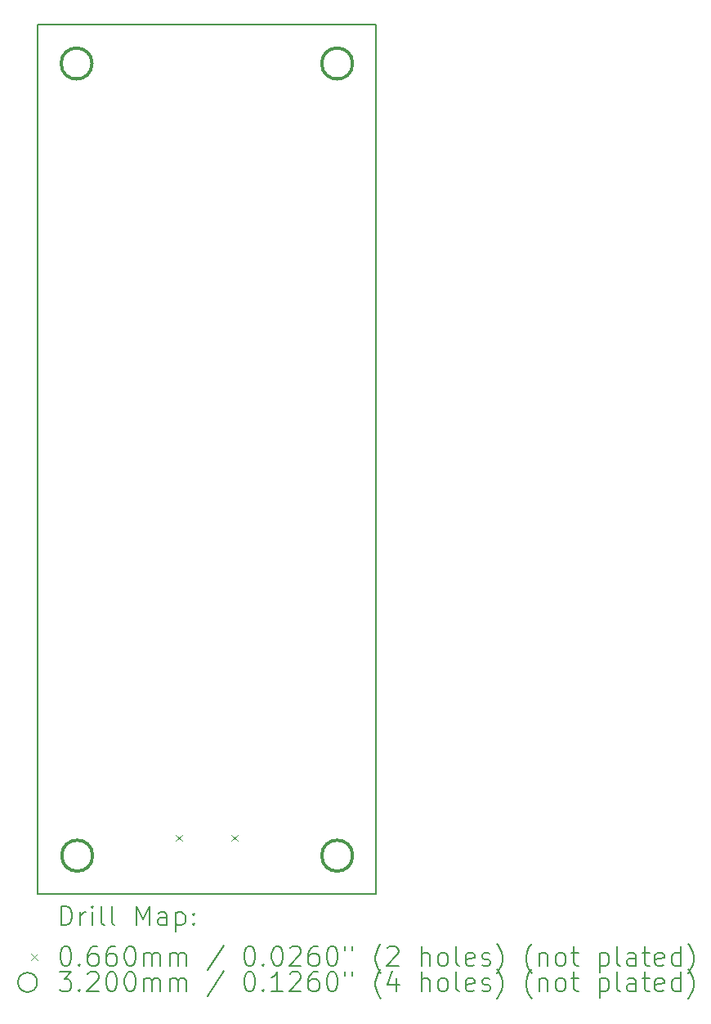
<source format=gbr>
%TF.GenerationSoftware,KiCad,Pcbnew,7.0.2*%
%TF.CreationDate,2024-01-31T20:38:46-08:00*%
%TF.ProjectId,Lightsaber,4c696768-7473-4616-9265-722e6b696361,rev?*%
%TF.SameCoordinates,Original*%
%TF.FileFunction,Drillmap*%
%TF.FilePolarity,Positive*%
%FSLAX45Y45*%
G04 Gerber Fmt 4.5, Leading zero omitted, Abs format (unit mm)*
G04 Created by KiCad (PCBNEW 7.0.2) date 2024-01-31 20:38:46*
%MOMM*%
%LPD*%
G01*
G04 APERTURE LIST*
%ADD10C,0.150000*%
%ADD11C,0.200000*%
%ADD12C,0.066040*%
%ADD13C,0.320000*%
G04 APERTURE END LIST*
D10*
X0Y-12000000D02*
X3500000Y-12000000D01*
X3500000Y-21000000D01*
X0Y-21000000D01*
X0Y-12000000D01*
D11*
D12*
X1427980Y-20383860D02*
X1494020Y-20449900D01*
X1494020Y-20383860D02*
X1427980Y-20449900D01*
X2005980Y-20383860D02*
X2072020Y-20449900D01*
X2072020Y-20383860D02*
X2005980Y-20449900D01*
D13*
X560000Y-12400000D02*
G75*
G03*
X560000Y-12400000I-160000J0D01*
G01*
X566640Y-20600000D02*
G75*
G03*
X566640Y-20600000I-160000J0D01*
G01*
X3260000Y-12400000D02*
G75*
G03*
X3260000Y-12400000I-160000J0D01*
G01*
X3260000Y-20600000D02*
G75*
G03*
X3260000Y-20600000I-160000J0D01*
G01*
D11*
X240119Y-21320024D02*
X240119Y-21120024D01*
X240119Y-21120024D02*
X287738Y-21120024D01*
X287738Y-21120024D02*
X316310Y-21129548D01*
X316310Y-21129548D02*
X335357Y-21148595D01*
X335357Y-21148595D02*
X344881Y-21167643D01*
X344881Y-21167643D02*
X354405Y-21205738D01*
X354405Y-21205738D02*
X354405Y-21234310D01*
X354405Y-21234310D02*
X344881Y-21272405D01*
X344881Y-21272405D02*
X335357Y-21291452D01*
X335357Y-21291452D02*
X316310Y-21310500D01*
X316310Y-21310500D02*
X287738Y-21320024D01*
X287738Y-21320024D02*
X240119Y-21320024D01*
X440119Y-21320024D02*
X440119Y-21186690D01*
X440119Y-21224786D02*
X449643Y-21205738D01*
X449643Y-21205738D02*
X459167Y-21196214D01*
X459167Y-21196214D02*
X478214Y-21186690D01*
X478214Y-21186690D02*
X497262Y-21186690D01*
X563929Y-21320024D02*
X563929Y-21186690D01*
X563929Y-21120024D02*
X554405Y-21129548D01*
X554405Y-21129548D02*
X563929Y-21139071D01*
X563929Y-21139071D02*
X573452Y-21129548D01*
X573452Y-21129548D02*
X563929Y-21120024D01*
X563929Y-21120024D02*
X563929Y-21139071D01*
X687738Y-21320024D02*
X668690Y-21310500D01*
X668690Y-21310500D02*
X659167Y-21291452D01*
X659167Y-21291452D02*
X659167Y-21120024D01*
X792500Y-21320024D02*
X773452Y-21310500D01*
X773452Y-21310500D02*
X763928Y-21291452D01*
X763928Y-21291452D02*
X763928Y-21120024D01*
X1021071Y-21320024D02*
X1021071Y-21120024D01*
X1021071Y-21120024D02*
X1087738Y-21262881D01*
X1087738Y-21262881D02*
X1154405Y-21120024D01*
X1154405Y-21120024D02*
X1154405Y-21320024D01*
X1335357Y-21320024D02*
X1335357Y-21215262D01*
X1335357Y-21215262D02*
X1325833Y-21196214D01*
X1325833Y-21196214D02*
X1306786Y-21186690D01*
X1306786Y-21186690D02*
X1268690Y-21186690D01*
X1268690Y-21186690D02*
X1249643Y-21196214D01*
X1335357Y-21310500D02*
X1316310Y-21320024D01*
X1316310Y-21320024D02*
X1268690Y-21320024D01*
X1268690Y-21320024D02*
X1249643Y-21310500D01*
X1249643Y-21310500D02*
X1240119Y-21291452D01*
X1240119Y-21291452D02*
X1240119Y-21272405D01*
X1240119Y-21272405D02*
X1249643Y-21253357D01*
X1249643Y-21253357D02*
X1268690Y-21243833D01*
X1268690Y-21243833D02*
X1316310Y-21243833D01*
X1316310Y-21243833D02*
X1335357Y-21234310D01*
X1430595Y-21186690D02*
X1430595Y-21386690D01*
X1430595Y-21196214D02*
X1449643Y-21186690D01*
X1449643Y-21186690D02*
X1487738Y-21186690D01*
X1487738Y-21186690D02*
X1506786Y-21196214D01*
X1506786Y-21196214D02*
X1516309Y-21205738D01*
X1516309Y-21205738D02*
X1525833Y-21224786D01*
X1525833Y-21224786D02*
X1525833Y-21281929D01*
X1525833Y-21281929D02*
X1516309Y-21300976D01*
X1516309Y-21300976D02*
X1506786Y-21310500D01*
X1506786Y-21310500D02*
X1487738Y-21320024D01*
X1487738Y-21320024D02*
X1449643Y-21320024D01*
X1449643Y-21320024D02*
X1430595Y-21310500D01*
X1611548Y-21300976D02*
X1621071Y-21310500D01*
X1621071Y-21310500D02*
X1611548Y-21320024D01*
X1611548Y-21320024D02*
X1602024Y-21310500D01*
X1602024Y-21310500D02*
X1611548Y-21300976D01*
X1611548Y-21300976D02*
X1611548Y-21320024D01*
X1611548Y-21196214D02*
X1621071Y-21205738D01*
X1621071Y-21205738D02*
X1611548Y-21215262D01*
X1611548Y-21215262D02*
X1602024Y-21205738D01*
X1602024Y-21205738D02*
X1611548Y-21196214D01*
X1611548Y-21196214D02*
X1611548Y-21215262D01*
D12*
X-73540Y-21614480D02*
X-7500Y-21680520D01*
X-7500Y-21614480D02*
X-73540Y-21680520D01*
D11*
X278214Y-21540024D02*
X297262Y-21540024D01*
X297262Y-21540024D02*
X316310Y-21549548D01*
X316310Y-21549548D02*
X325833Y-21559071D01*
X325833Y-21559071D02*
X335357Y-21578119D01*
X335357Y-21578119D02*
X344881Y-21616214D01*
X344881Y-21616214D02*
X344881Y-21663833D01*
X344881Y-21663833D02*
X335357Y-21701929D01*
X335357Y-21701929D02*
X325833Y-21720976D01*
X325833Y-21720976D02*
X316310Y-21730500D01*
X316310Y-21730500D02*
X297262Y-21740024D01*
X297262Y-21740024D02*
X278214Y-21740024D01*
X278214Y-21740024D02*
X259167Y-21730500D01*
X259167Y-21730500D02*
X249643Y-21720976D01*
X249643Y-21720976D02*
X240119Y-21701929D01*
X240119Y-21701929D02*
X230595Y-21663833D01*
X230595Y-21663833D02*
X230595Y-21616214D01*
X230595Y-21616214D02*
X240119Y-21578119D01*
X240119Y-21578119D02*
X249643Y-21559071D01*
X249643Y-21559071D02*
X259167Y-21549548D01*
X259167Y-21549548D02*
X278214Y-21540024D01*
X430595Y-21720976D02*
X440119Y-21730500D01*
X440119Y-21730500D02*
X430595Y-21740024D01*
X430595Y-21740024D02*
X421071Y-21730500D01*
X421071Y-21730500D02*
X430595Y-21720976D01*
X430595Y-21720976D02*
X430595Y-21740024D01*
X611548Y-21540024D02*
X573452Y-21540024D01*
X573452Y-21540024D02*
X554405Y-21549548D01*
X554405Y-21549548D02*
X544881Y-21559071D01*
X544881Y-21559071D02*
X525833Y-21587643D01*
X525833Y-21587643D02*
X516309Y-21625738D01*
X516309Y-21625738D02*
X516309Y-21701929D01*
X516309Y-21701929D02*
X525833Y-21720976D01*
X525833Y-21720976D02*
X535357Y-21730500D01*
X535357Y-21730500D02*
X554405Y-21740024D01*
X554405Y-21740024D02*
X592500Y-21740024D01*
X592500Y-21740024D02*
X611548Y-21730500D01*
X611548Y-21730500D02*
X621071Y-21720976D01*
X621071Y-21720976D02*
X630595Y-21701929D01*
X630595Y-21701929D02*
X630595Y-21654310D01*
X630595Y-21654310D02*
X621071Y-21635262D01*
X621071Y-21635262D02*
X611548Y-21625738D01*
X611548Y-21625738D02*
X592500Y-21616214D01*
X592500Y-21616214D02*
X554405Y-21616214D01*
X554405Y-21616214D02*
X535357Y-21625738D01*
X535357Y-21625738D02*
X525833Y-21635262D01*
X525833Y-21635262D02*
X516309Y-21654310D01*
X802024Y-21540024D02*
X763928Y-21540024D01*
X763928Y-21540024D02*
X744881Y-21549548D01*
X744881Y-21549548D02*
X735357Y-21559071D01*
X735357Y-21559071D02*
X716309Y-21587643D01*
X716309Y-21587643D02*
X706786Y-21625738D01*
X706786Y-21625738D02*
X706786Y-21701929D01*
X706786Y-21701929D02*
X716309Y-21720976D01*
X716309Y-21720976D02*
X725833Y-21730500D01*
X725833Y-21730500D02*
X744881Y-21740024D01*
X744881Y-21740024D02*
X782976Y-21740024D01*
X782976Y-21740024D02*
X802024Y-21730500D01*
X802024Y-21730500D02*
X811548Y-21720976D01*
X811548Y-21720976D02*
X821071Y-21701929D01*
X821071Y-21701929D02*
X821071Y-21654310D01*
X821071Y-21654310D02*
X811548Y-21635262D01*
X811548Y-21635262D02*
X802024Y-21625738D01*
X802024Y-21625738D02*
X782976Y-21616214D01*
X782976Y-21616214D02*
X744881Y-21616214D01*
X744881Y-21616214D02*
X725833Y-21625738D01*
X725833Y-21625738D02*
X716309Y-21635262D01*
X716309Y-21635262D02*
X706786Y-21654310D01*
X944881Y-21540024D02*
X963929Y-21540024D01*
X963929Y-21540024D02*
X982976Y-21549548D01*
X982976Y-21549548D02*
X992500Y-21559071D01*
X992500Y-21559071D02*
X1002024Y-21578119D01*
X1002024Y-21578119D02*
X1011548Y-21616214D01*
X1011548Y-21616214D02*
X1011548Y-21663833D01*
X1011548Y-21663833D02*
X1002024Y-21701929D01*
X1002024Y-21701929D02*
X992500Y-21720976D01*
X992500Y-21720976D02*
X982976Y-21730500D01*
X982976Y-21730500D02*
X963929Y-21740024D01*
X963929Y-21740024D02*
X944881Y-21740024D01*
X944881Y-21740024D02*
X925833Y-21730500D01*
X925833Y-21730500D02*
X916309Y-21720976D01*
X916309Y-21720976D02*
X906786Y-21701929D01*
X906786Y-21701929D02*
X897262Y-21663833D01*
X897262Y-21663833D02*
X897262Y-21616214D01*
X897262Y-21616214D02*
X906786Y-21578119D01*
X906786Y-21578119D02*
X916309Y-21559071D01*
X916309Y-21559071D02*
X925833Y-21549548D01*
X925833Y-21549548D02*
X944881Y-21540024D01*
X1097262Y-21740024D02*
X1097262Y-21606690D01*
X1097262Y-21625738D02*
X1106786Y-21616214D01*
X1106786Y-21616214D02*
X1125833Y-21606690D01*
X1125833Y-21606690D02*
X1154405Y-21606690D01*
X1154405Y-21606690D02*
X1173452Y-21616214D01*
X1173452Y-21616214D02*
X1182976Y-21635262D01*
X1182976Y-21635262D02*
X1182976Y-21740024D01*
X1182976Y-21635262D02*
X1192500Y-21616214D01*
X1192500Y-21616214D02*
X1211548Y-21606690D01*
X1211548Y-21606690D02*
X1240119Y-21606690D01*
X1240119Y-21606690D02*
X1259167Y-21616214D01*
X1259167Y-21616214D02*
X1268691Y-21635262D01*
X1268691Y-21635262D02*
X1268691Y-21740024D01*
X1363929Y-21740024D02*
X1363929Y-21606690D01*
X1363929Y-21625738D02*
X1373452Y-21616214D01*
X1373452Y-21616214D02*
X1392500Y-21606690D01*
X1392500Y-21606690D02*
X1421071Y-21606690D01*
X1421071Y-21606690D02*
X1440119Y-21616214D01*
X1440119Y-21616214D02*
X1449643Y-21635262D01*
X1449643Y-21635262D02*
X1449643Y-21740024D01*
X1449643Y-21635262D02*
X1459167Y-21616214D01*
X1459167Y-21616214D02*
X1478214Y-21606690D01*
X1478214Y-21606690D02*
X1506786Y-21606690D01*
X1506786Y-21606690D02*
X1525833Y-21616214D01*
X1525833Y-21616214D02*
X1535357Y-21635262D01*
X1535357Y-21635262D02*
X1535357Y-21740024D01*
X1925833Y-21530500D02*
X1754405Y-21787643D01*
X2182976Y-21540024D02*
X2202024Y-21540024D01*
X2202024Y-21540024D02*
X2221072Y-21549548D01*
X2221072Y-21549548D02*
X2230595Y-21559071D01*
X2230595Y-21559071D02*
X2240119Y-21578119D01*
X2240119Y-21578119D02*
X2249643Y-21616214D01*
X2249643Y-21616214D02*
X2249643Y-21663833D01*
X2249643Y-21663833D02*
X2240119Y-21701929D01*
X2240119Y-21701929D02*
X2230595Y-21720976D01*
X2230595Y-21720976D02*
X2221072Y-21730500D01*
X2221072Y-21730500D02*
X2202024Y-21740024D01*
X2202024Y-21740024D02*
X2182976Y-21740024D01*
X2182976Y-21740024D02*
X2163929Y-21730500D01*
X2163929Y-21730500D02*
X2154405Y-21720976D01*
X2154405Y-21720976D02*
X2144881Y-21701929D01*
X2144881Y-21701929D02*
X2135357Y-21663833D01*
X2135357Y-21663833D02*
X2135357Y-21616214D01*
X2135357Y-21616214D02*
X2144881Y-21578119D01*
X2144881Y-21578119D02*
X2154405Y-21559071D01*
X2154405Y-21559071D02*
X2163929Y-21549548D01*
X2163929Y-21549548D02*
X2182976Y-21540024D01*
X2335357Y-21720976D02*
X2344881Y-21730500D01*
X2344881Y-21730500D02*
X2335357Y-21740024D01*
X2335357Y-21740024D02*
X2325834Y-21730500D01*
X2325834Y-21730500D02*
X2335357Y-21720976D01*
X2335357Y-21720976D02*
X2335357Y-21740024D01*
X2468691Y-21540024D02*
X2487738Y-21540024D01*
X2487738Y-21540024D02*
X2506786Y-21549548D01*
X2506786Y-21549548D02*
X2516310Y-21559071D01*
X2516310Y-21559071D02*
X2525834Y-21578119D01*
X2525834Y-21578119D02*
X2535357Y-21616214D01*
X2535357Y-21616214D02*
X2535357Y-21663833D01*
X2535357Y-21663833D02*
X2525834Y-21701929D01*
X2525834Y-21701929D02*
X2516310Y-21720976D01*
X2516310Y-21720976D02*
X2506786Y-21730500D01*
X2506786Y-21730500D02*
X2487738Y-21740024D01*
X2487738Y-21740024D02*
X2468691Y-21740024D01*
X2468691Y-21740024D02*
X2449643Y-21730500D01*
X2449643Y-21730500D02*
X2440119Y-21720976D01*
X2440119Y-21720976D02*
X2430595Y-21701929D01*
X2430595Y-21701929D02*
X2421072Y-21663833D01*
X2421072Y-21663833D02*
X2421072Y-21616214D01*
X2421072Y-21616214D02*
X2430595Y-21578119D01*
X2430595Y-21578119D02*
X2440119Y-21559071D01*
X2440119Y-21559071D02*
X2449643Y-21549548D01*
X2449643Y-21549548D02*
X2468691Y-21540024D01*
X2611548Y-21559071D02*
X2621072Y-21549548D01*
X2621072Y-21549548D02*
X2640119Y-21540024D01*
X2640119Y-21540024D02*
X2687738Y-21540024D01*
X2687738Y-21540024D02*
X2706786Y-21549548D01*
X2706786Y-21549548D02*
X2716310Y-21559071D01*
X2716310Y-21559071D02*
X2725834Y-21578119D01*
X2725834Y-21578119D02*
X2725834Y-21597167D01*
X2725834Y-21597167D02*
X2716310Y-21625738D01*
X2716310Y-21625738D02*
X2602024Y-21740024D01*
X2602024Y-21740024D02*
X2725834Y-21740024D01*
X2897262Y-21540024D02*
X2859167Y-21540024D01*
X2859167Y-21540024D02*
X2840119Y-21549548D01*
X2840119Y-21549548D02*
X2830595Y-21559071D01*
X2830595Y-21559071D02*
X2811548Y-21587643D01*
X2811548Y-21587643D02*
X2802024Y-21625738D01*
X2802024Y-21625738D02*
X2802024Y-21701929D01*
X2802024Y-21701929D02*
X2811548Y-21720976D01*
X2811548Y-21720976D02*
X2821072Y-21730500D01*
X2821072Y-21730500D02*
X2840119Y-21740024D01*
X2840119Y-21740024D02*
X2878214Y-21740024D01*
X2878214Y-21740024D02*
X2897262Y-21730500D01*
X2897262Y-21730500D02*
X2906786Y-21720976D01*
X2906786Y-21720976D02*
X2916310Y-21701929D01*
X2916310Y-21701929D02*
X2916310Y-21654310D01*
X2916310Y-21654310D02*
X2906786Y-21635262D01*
X2906786Y-21635262D02*
X2897262Y-21625738D01*
X2897262Y-21625738D02*
X2878214Y-21616214D01*
X2878214Y-21616214D02*
X2840119Y-21616214D01*
X2840119Y-21616214D02*
X2821072Y-21625738D01*
X2821072Y-21625738D02*
X2811548Y-21635262D01*
X2811548Y-21635262D02*
X2802024Y-21654310D01*
X3040119Y-21540024D02*
X3059167Y-21540024D01*
X3059167Y-21540024D02*
X3078214Y-21549548D01*
X3078214Y-21549548D02*
X3087738Y-21559071D01*
X3087738Y-21559071D02*
X3097262Y-21578119D01*
X3097262Y-21578119D02*
X3106786Y-21616214D01*
X3106786Y-21616214D02*
X3106786Y-21663833D01*
X3106786Y-21663833D02*
X3097262Y-21701929D01*
X3097262Y-21701929D02*
X3087738Y-21720976D01*
X3087738Y-21720976D02*
X3078214Y-21730500D01*
X3078214Y-21730500D02*
X3059167Y-21740024D01*
X3059167Y-21740024D02*
X3040119Y-21740024D01*
X3040119Y-21740024D02*
X3021072Y-21730500D01*
X3021072Y-21730500D02*
X3011548Y-21720976D01*
X3011548Y-21720976D02*
X3002024Y-21701929D01*
X3002024Y-21701929D02*
X2992500Y-21663833D01*
X2992500Y-21663833D02*
X2992500Y-21616214D01*
X2992500Y-21616214D02*
X3002024Y-21578119D01*
X3002024Y-21578119D02*
X3011548Y-21559071D01*
X3011548Y-21559071D02*
X3021072Y-21549548D01*
X3021072Y-21549548D02*
X3040119Y-21540024D01*
X3182976Y-21540024D02*
X3182976Y-21578119D01*
X3259167Y-21540024D02*
X3259167Y-21578119D01*
X3554405Y-21816214D02*
X3544881Y-21806690D01*
X3544881Y-21806690D02*
X3525834Y-21778119D01*
X3525834Y-21778119D02*
X3516310Y-21759071D01*
X3516310Y-21759071D02*
X3506786Y-21730500D01*
X3506786Y-21730500D02*
X3497262Y-21682881D01*
X3497262Y-21682881D02*
X3497262Y-21644786D01*
X3497262Y-21644786D02*
X3506786Y-21597167D01*
X3506786Y-21597167D02*
X3516310Y-21568595D01*
X3516310Y-21568595D02*
X3525834Y-21549548D01*
X3525834Y-21549548D02*
X3544881Y-21520976D01*
X3544881Y-21520976D02*
X3554405Y-21511452D01*
X3621072Y-21559071D02*
X3630595Y-21549548D01*
X3630595Y-21549548D02*
X3649643Y-21540024D01*
X3649643Y-21540024D02*
X3697262Y-21540024D01*
X3697262Y-21540024D02*
X3716310Y-21549548D01*
X3716310Y-21549548D02*
X3725834Y-21559071D01*
X3725834Y-21559071D02*
X3735357Y-21578119D01*
X3735357Y-21578119D02*
X3735357Y-21597167D01*
X3735357Y-21597167D02*
X3725834Y-21625738D01*
X3725834Y-21625738D02*
X3611548Y-21740024D01*
X3611548Y-21740024D02*
X3735357Y-21740024D01*
X3973453Y-21740024D02*
X3973453Y-21540024D01*
X4059167Y-21740024D02*
X4059167Y-21635262D01*
X4059167Y-21635262D02*
X4049643Y-21616214D01*
X4049643Y-21616214D02*
X4030596Y-21606690D01*
X4030596Y-21606690D02*
X4002024Y-21606690D01*
X4002024Y-21606690D02*
X3982976Y-21616214D01*
X3982976Y-21616214D02*
X3973453Y-21625738D01*
X4182976Y-21740024D02*
X4163929Y-21730500D01*
X4163929Y-21730500D02*
X4154405Y-21720976D01*
X4154405Y-21720976D02*
X4144881Y-21701929D01*
X4144881Y-21701929D02*
X4144881Y-21644786D01*
X4144881Y-21644786D02*
X4154405Y-21625738D01*
X4154405Y-21625738D02*
X4163929Y-21616214D01*
X4163929Y-21616214D02*
X4182976Y-21606690D01*
X4182976Y-21606690D02*
X4211548Y-21606690D01*
X4211548Y-21606690D02*
X4230596Y-21616214D01*
X4230596Y-21616214D02*
X4240119Y-21625738D01*
X4240119Y-21625738D02*
X4249643Y-21644786D01*
X4249643Y-21644786D02*
X4249643Y-21701929D01*
X4249643Y-21701929D02*
X4240119Y-21720976D01*
X4240119Y-21720976D02*
X4230596Y-21730500D01*
X4230596Y-21730500D02*
X4211548Y-21740024D01*
X4211548Y-21740024D02*
X4182976Y-21740024D01*
X4363929Y-21740024D02*
X4344881Y-21730500D01*
X4344881Y-21730500D02*
X4335358Y-21711452D01*
X4335358Y-21711452D02*
X4335358Y-21540024D01*
X4516310Y-21730500D02*
X4497262Y-21740024D01*
X4497262Y-21740024D02*
X4459167Y-21740024D01*
X4459167Y-21740024D02*
X4440119Y-21730500D01*
X4440119Y-21730500D02*
X4430596Y-21711452D01*
X4430596Y-21711452D02*
X4430596Y-21635262D01*
X4430596Y-21635262D02*
X4440119Y-21616214D01*
X4440119Y-21616214D02*
X4459167Y-21606690D01*
X4459167Y-21606690D02*
X4497262Y-21606690D01*
X4497262Y-21606690D02*
X4516310Y-21616214D01*
X4516310Y-21616214D02*
X4525834Y-21635262D01*
X4525834Y-21635262D02*
X4525834Y-21654310D01*
X4525834Y-21654310D02*
X4430596Y-21673357D01*
X4602024Y-21730500D02*
X4621072Y-21740024D01*
X4621072Y-21740024D02*
X4659167Y-21740024D01*
X4659167Y-21740024D02*
X4678215Y-21730500D01*
X4678215Y-21730500D02*
X4687739Y-21711452D01*
X4687739Y-21711452D02*
X4687739Y-21701929D01*
X4687739Y-21701929D02*
X4678215Y-21682881D01*
X4678215Y-21682881D02*
X4659167Y-21673357D01*
X4659167Y-21673357D02*
X4630596Y-21673357D01*
X4630596Y-21673357D02*
X4611548Y-21663833D01*
X4611548Y-21663833D02*
X4602024Y-21644786D01*
X4602024Y-21644786D02*
X4602024Y-21635262D01*
X4602024Y-21635262D02*
X4611548Y-21616214D01*
X4611548Y-21616214D02*
X4630596Y-21606690D01*
X4630596Y-21606690D02*
X4659167Y-21606690D01*
X4659167Y-21606690D02*
X4678215Y-21616214D01*
X4754405Y-21816214D02*
X4763929Y-21806690D01*
X4763929Y-21806690D02*
X4782977Y-21778119D01*
X4782977Y-21778119D02*
X4792500Y-21759071D01*
X4792500Y-21759071D02*
X4802024Y-21730500D01*
X4802024Y-21730500D02*
X4811548Y-21682881D01*
X4811548Y-21682881D02*
X4811548Y-21644786D01*
X4811548Y-21644786D02*
X4802024Y-21597167D01*
X4802024Y-21597167D02*
X4792500Y-21568595D01*
X4792500Y-21568595D02*
X4782977Y-21549548D01*
X4782977Y-21549548D02*
X4763929Y-21520976D01*
X4763929Y-21520976D02*
X4754405Y-21511452D01*
X5116310Y-21816214D02*
X5106786Y-21806690D01*
X5106786Y-21806690D02*
X5087739Y-21778119D01*
X5087739Y-21778119D02*
X5078215Y-21759071D01*
X5078215Y-21759071D02*
X5068691Y-21730500D01*
X5068691Y-21730500D02*
X5059167Y-21682881D01*
X5059167Y-21682881D02*
X5059167Y-21644786D01*
X5059167Y-21644786D02*
X5068691Y-21597167D01*
X5068691Y-21597167D02*
X5078215Y-21568595D01*
X5078215Y-21568595D02*
X5087739Y-21549548D01*
X5087739Y-21549548D02*
X5106786Y-21520976D01*
X5106786Y-21520976D02*
X5116310Y-21511452D01*
X5192500Y-21606690D02*
X5192500Y-21740024D01*
X5192500Y-21625738D02*
X5202024Y-21616214D01*
X5202024Y-21616214D02*
X5221072Y-21606690D01*
X5221072Y-21606690D02*
X5249643Y-21606690D01*
X5249643Y-21606690D02*
X5268691Y-21616214D01*
X5268691Y-21616214D02*
X5278215Y-21635262D01*
X5278215Y-21635262D02*
X5278215Y-21740024D01*
X5402024Y-21740024D02*
X5382977Y-21730500D01*
X5382977Y-21730500D02*
X5373453Y-21720976D01*
X5373453Y-21720976D02*
X5363929Y-21701929D01*
X5363929Y-21701929D02*
X5363929Y-21644786D01*
X5363929Y-21644786D02*
X5373453Y-21625738D01*
X5373453Y-21625738D02*
X5382977Y-21616214D01*
X5382977Y-21616214D02*
X5402024Y-21606690D01*
X5402024Y-21606690D02*
X5430596Y-21606690D01*
X5430596Y-21606690D02*
X5449643Y-21616214D01*
X5449643Y-21616214D02*
X5459167Y-21625738D01*
X5459167Y-21625738D02*
X5468691Y-21644786D01*
X5468691Y-21644786D02*
X5468691Y-21701929D01*
X5468691Y-21701929D02*
X5459167Y-21720976D01*
X5459167Y-21720976D02*
X5449643Y-21730500D01*
X5449643Y-21730500D02*
X5430596Y-21740024D01*
X5430596Y-21740024D02*
X5402024Y-21740024D01*
X5525834Y-21606690D02*
X5602024Y-21606690D01*
X5554405Y-21540024D02*
X5554405Y-21711452D01*
X5554405Y-21711452D02*
X5563929Y-21730500D01*
X5563929Y-21730500D02*
X5582977Y-21740024D01*
X5582977Y-21740024D02*
X5602024Y-21740024D01*
X5821072Y-21606690D02*
X5821072Y-21806690D01*
X5821072Y-21616214D02*
X5840119Y-21606690D01*
X5840119Y-21606690D02*
X5878215Y-21606690D01*
X5878215Y-21606690D02*
X5897262Y-21616214D01*
X5897262Y-21616214D02*
X5906786Y-21625738D01*
X5906786Y-21625738D02*
X5916310Y-21644786D01*
X5916310Y-21644786D02*
X5916310Y-21701929D01*
X5916310Y-21701929D02*
X5906786Y-21720976D01*
X5906786Y-21720976D02*
X5897262Y-21730500D01*
X5897262Y-21730500D02*
X5878215Y-21740024D01*
X5878215Y-21740024D02*
X5840119Y-21740024D01*
X5840119Y-21740024D02*
X5821072Y-21730500D01*
X6030596Y-21740024D02*
X6011548Y-21730500D01*
X6011548Y-21730500D02*
X6002024Y-21711452D01*
X6002024Y-21711452D02*
X6002024Y-21540024D01*
X6192500Y-21740024D02*
X6192500Y-21635262D01*
X6192500Y-21635262D02*
X6182977Y-21616214D01*
X6182977Y-21616214D02*
X6163929Y-21606690D01*
X6163929Y-21606690D02*
X6125834Y-21606690D01*
X6125834Y-21606690D02*
X6106786Y-21616214D01*
X6192500Y-21730500D02*
X6173453Y-21740024D01*
X6173453Y-21740024D02*
X6125834Y-21740024D01*
X6125834Y-21740024D02*
X6106786Y-21730500D01*
X6106786Y-21730500D02*
X6097262Y-21711452D01*
X6097262Y-21711452D02*
X6097262Y-21692405D01*
X6097262Y-21692405D02*
X6106786Y-21673357D01*
X6106786Y-21673357D02*
X6125834Y-21663833D01*
X6125834Y-21663833D02*
X6173453Y-21663833D01*
X6173453Y-21663833D02*
X6192500Y-21654310D01*
X6259167Y-21606690D02*
X6335358Y-21606690D01*
X6287739Y-21540024D02*
X6287739Y-21711452D01*
X6287739Y-21711452D02*
X6297262Y-21730500D01*
X6297262Y-21730500D02*
X6316310Y-21740024D01*
X6316310Y-21740024D02*
X6335358Y-21740024D01*
X6478215Y-21730500D02*
X6459167Y-21740024D01*
X6459167Y-21740024D02*
X6421072Y-21740024D01*
X6421072Y-21740024D02*
X6402024Y-21730500D01*
X6402024Y-21730500D02*
X6392500Y-21711452D01*
X6392500Y-21711452D02*
X6392500Y-21635262D01*
X6392500Y-21635262D02*
X6402024Y-21616214D01*
X6402024Y-21616214D02*
X6421072Y-21606690D01*
X6421072Y-21606690D02*
X6459167Y-21606690D01*
X6459167Y-21606690D02*
X6478215Y-21616214D01*
X6478215Y-21616214D02*
X6487739Y-21635262D01*
X6487739Y-21635262D02*
X6487739Y-21654310D01*
X6487739Y-21654310D02*
X6392500Y-21673357D01*
X6659167Y-21740024D02*
X6659167Y-21540024D01*
X6659167Y-21730500D02*
X6640120Y-21740024D01*
X6640120Y-21740024D02*
X6602024Y-21740024D01*
X6602024Y-21740024D02*
X6582977Y-21730500D01*
X6582977Y-21730500D02*
X6573453Y-21720976D01*
X6573453Y-21720976D02*
X6563929Y-21701929D01*
X6563929Y-21701929D02*
X6563929Y-21644786D01*
X6563929Y-21644786D02*
X6573453Y-21625738D01*
X6573453Y-21625738D02*
X6582977Y-21616214D01*
X6582977Y-21616214D02*
X6602024Y-21606690D01*
X6602024Y-21606690D02*
X6640120Y-21606690D01*
X6640120Y-21606690D02*
X6659167Y-21616214D01*
X6735358Y-21816214D02*
X6744881Y-21806690D01*
X6744881Y-21806690D02*
X6763929Y-21778119D01*
X6763929Y-21778119D02*
X6773453Y-21759071D01*
X6773453Y-21759071D02*
X6782977Y-21730500D01*
X6782977Y-21730500D02*
X6792500Y-21682881D01*
X6792500Y-21682881D02*
X6792500Y-21644786D01*
X6792500Y-21644786D02*
X6782977Y-21597167D01*
X6782977Y-21597167D02*
X6773453Y-21568595D01*
X6773453Y-21568595D02*
X6763929Y-21549548D01*
X6763929Y-21549548D02*
X6744881Y-21520976D01*
X6744881Y-21520976D02*
X6735358Y-21511452D01*
X-7500Y-21911500D02*
G75*
G03*
X-7500Y-21911500I-100000J0D01*
G01*
X221071Y-21804024D02*
X344881Y-21804024D01*
X344881Y-21804024D02*
X278214Y-21880214D01*
X278214Y-21880214D02*
X306786Y-21880214D01*
X306786Y-21880214D02*
X325833Y-21889738D01*
X325833Y-21889738D02*
X335357Y-21899262D01*
X335357Y-21899262D02*
X344881Y-21918310D01*
X344881Y-21918310D02*
X344881Y-21965929D01*
X344881Y-21965929D02*
X335357Y-21984976D01*
X335357Y-21984976D02*
X325833Y-21994500D01*
X325833Y-21994500D02*
X306786Y-22004024D01*
X306786Y-22004024D02*
X249643Y-22004024D01*
X249643Y-22004024D02*
X230595Y-21994500D01*
X230595Y-21994500D02*
X221071Y-21984976D01*
X430595Y-21984976D02*
X440119Y-21994500D01*
X440119Y-21994500D02*
X430595Y-22004024D01*
X430595Y-22004024D02*
X421071Y-21994500D01*
X421071Y-21994500D02*
X430595Y-21984976D01*
X430595Y-21984976D02*
X430595Y-22004024D01*
X516309Y-21823071D02*
X525833Y-21813548D01*
X525833Y-21813548D02*
X544881Y-21804024D01*
X544881Y-21804024D02*
X592500Y-21804024D01*
X592500Y-21804024D02*
X611548Y-21813548D01*
X611548Y-21813548D02*
X621071Y-21823071D01*
X621071Y-21823071D02*
X630595Y-21842119D01*
X630595Y-21842119D02*
X630595Y-21861167D01*
X630595Y-21861167D02*
X621071Y-21889738D01*
X621071Y-21889738D02*
X506786Y-22004024D01*
X506786Y-22004024D02*
X630595Y-22004024D01*
X754405Y-21804024D02*
X773452Y-21804024D01*
X773452Y-21804024D02*
X792500Y-21813548D01*
X792500Y-21813548D02*
X802024Y-21823071D01*
X802024Y-21823071D02*
X811548Y-21842119D01*
X811548Y-21842119D02*
X821071Y-21880214D01*
X821071Y-21880214D02*
X821071Y-21927833D01*
X821071Y-21927833D02*
X811548Y-21965929D01*
X811548Y-21965929D02*
X802024Y-21984976D01*
X802024Y-21984976D02*
X792500Y-21994500D01*
X792500Y-21994500D02*
X773452Y-22004024D01*
X773452Y-22004024D02*
X754405Y-22004024D01*
X754405Y-22004024D02*
X735357Y-21994500D01*
X735357Y-21994500D02*
X725833Y-21984976D01*
X725833Y-21984976D02*
X716309Y-21965929D01*
X716309Y-21965929D02*
X706786Y-21927833D01*
X706786Y-21927833D02*
X706786Y-21880214D01*
X706786Y-21880214D02*
X716309Y-21842119D01*
X716309Y-21842119D02*
X725833Y-21823071D01*
X725833Y-21823071D02*
X735357Y-21813548D01*
X735357Y-21813548D02*
X754405Y-21804024D01*
X944881Y-21804024D02*
X963929Y-21804024D01*
X963929Y-21804024D02*
X982976Y-21813548D01*
X982976Y-21813548D02*
X992500Y-21823071D01*
X992500Y-21823071D02*
X1002024Y-21842119D01*
X1002024Y-21842119D02*
X1011548Y-21880214D01*
X1011548Y-21880214D02*
X1011548Y-21927833D01*
X1011548Y-21927833D02*
X1002024Y-21965929D01*
X1002024Y-21965929D02*
X992500Y-21984976D01*
X992500Y-21984976D02*
X982976Y-21994500D01*
X982976Y-21994500D02*
X963929Y-22004024D01*
X963929Y-22004024D02*
X944881Y-22004024D01*
X944881Y-22004024D02*
X925833Y-21994500D01*
X925833Y-21994500D02*
X916309Y-21984976D01*
X916309Y-21984976D02*
X906786Y-21965929D01*
X906786Y-21965929D02*
X897262Y-21927833D01*
X897262Y-21927833D02*
X897262Y-21880214D01*
X897262Y-21880214D02*
X906786Y-21842119D01*
X906786Y-21842119D02*
X916309Y-21823071D01*
X916309Y-21823071D02*
X925833Y-21813548D01*
X925833Y-21813548D02*
X944881Y-21804024D01*
X1097262Y-22004024D02*
X1097262Y-21870690D01*
X1097262Y-21889738D02*
X1106786Y-21880214D01*
X1106786Y-21880214D02*
X1125833Y-21870690D01*
X1125833Y-21870690D02*
X1154405Y-21870690D01*
X1154405Y-21870690D02*
X1173452Y-21880214D01*
X1173452Y-21880214D02*
X1182976Y-21899262D01*
X1182976Y-21899262D02*
X1182976Y-22004024D01*
X1182976Y-21899262D02*
X1192500Y-21880214D01*
X1192500Y-21880214D02*
X1211548Y-21870690D01*
X1211548Y-21870690D02*
X1240119Y-21870690D01*
X1240119Y-21870690D02*
X1259167Y-21880214D01*
X1259167Y-21880214D02*
X1268691Y-21899262D01*
X1268691Y-21899262D02*
X1268691Y-22004024D01*
X1363929Y-22004024D02*
X1363929Y-21870690D01*
X1363929Y-21889738D02*
X1373452Y-21880214D01*
X1373452Y-21880214D02*
X1392500Y-21870690D01*
X1392500Y-21870690D02*
X1421071Y-21870690D01*
X1421071Y-21870690D02*
X1440119Y-21880214D01*
X1440119Y-21880214D02*
X1449643Y-21899262D01*
X1449643Y-21899262D02*
X1449643Y-22004024D01*
X1449643Y-21899262D02*
X1459167Y-21880214D01*
X1459167Y-21880214D02*
X1478214Y-21870690D01*
X1478214Y-21870690D02*
X1506786Y-21870690D01*
X1506786Y-21870690D02*
X1525833Y-21880214D01*
X1525833Y-21880214D02*
X1535357Y-21899262D01*
X1535357Y-21899262D02*
X1535357Y-22004024D01*
X1925833Y-21794500D02*
X1754405Y-22051643D01*
X2182976Y-21804024D02*
X2202024Y-21804024D01*
X2202024Y-21804024D02*
X2221072Y-21813548D01*
X2221072Y-21813548D02*
X2230595Y-21823071D01*
X2230595Y-21823071D02*
X2240119Y-21842119D01*
X2240119Y-21842119D02*
X2249643Y-21880214D01*
X2249643Y-21880214D02*
X2249643Y-21927833D01*
X2249643Y-21927833D02*
X2240119Y-21965929D01*
X2240119Y-21965929D02*
X2230595Y-21984976D01*
X2230595Y-21984976D02*
X2221072Y-21994500D01*
X2221072Y-21994500D02*
X2202024Y-22004024D01*
X2202024Y-22004024D02*
X2182976Y-22004024D01*
X2182976Y-22004024D02*
X2163929Y-21994500D01*
X2163929Y-21994500D02*
X2154405Y-21984976D01*
X2154405Y-21984976D02*
X2144881Y-21965929D01*
X2144881Y-21965929D02*
X2135357Y-21927833D01*
X2135357Y-21927833D02*
X2135357Y-21880214D01*
X2135357Y-21880214D02*
X2144881Y-21842119D01*
X2144881Y-21842119D02*
X2154405Y-21823071D01*
X2154405Y-21823071D02*
X2163929Y-21813548D01*
X2163929Y-21813548D02*
X2182976Y-21804024D01*
X2335357Y-21984976D02*
X2344881Y-21994500D01*
X2344881Y-21994500D02*
X2335357Y-22004024D01*
X2335357Y-22004024D02*
X2325834Y-21994500D01*
X2325834Y-21994500D02*
X2335357Y-21984976D01*
X2335357Y-21984976D02*
X2335357Y-22004024D01*
X2535357Y-22004024D02*
X2421072Y-22004024D01*
X2478214Y-22004024D02*
X2478214Y-21804024D01*
X2478214Y-21804024D02*
X2459167Y-21832595D01*
X2459167Y-21832595D02*
X2440119Y-21851643D01*
X2440119Y-21851643D02*
X2421072Y-21861167D01*
X2611548Y-21823071D02*
X2621072Y-21813548D01*
X2621072Y-21813548D02*
X2640119Y-21804024D01*
X2640119Y-21804024D02*
X2687738Y-21804024D01*
X2687738Y-21804024D02*
X2706786Y-21813548D01*
X2706786Y-21813548D02*
X2716310Y-21823071D01*
X2716310Y-21823071D02*
X2725834Y-21842119D01*
X2725834Y-21842119D02*
X2725834Y-21861167D01*
X2725834Y-21861167D02*
X2716310Y-21889738D01*
X2716310Y-21889738D02*
X2602024Y-22004024D01*
X2602024Y-22004024D02*
X2725834Y-22004024D01*
X2897262Y-21804024D02*
X2859167Y-21804024D01*
X2859167Y-21804024D02*
X2840119Y-21813548D01*
X2840119Y-21813548D02*
X2830595Y-21823071D01*
X2830595Y-21823071D02*
X2811548Y-21851643D01*
X2811548Y-21851643D02*
X2802024Y-21889738D01*
X2802024Y-21889738D02*
X2802024Y-21965929D01*
X2802024Y-21965929D02*
X2811548Y-21984976D01*
X2811548Y-21984976D02*
X2821072Y-21994500D01*
X2821072Y-21994500D02*
X2840119Y-22004024D01*
X2840119Y-22004024D02*
X2878214Y-22004024D01*
X2878214Y-22004024D02*
X2897262Y-21994500D01*
X2897262Y-21994500D02*
X2906786Y-21984976D01*
X2906786Y-21984976D02*
X2916310Y-21965929D01*
X2916310Y-21965929D02*
X2916310Y-21918310D01*
X2916310Y-21918310D02*
X2906786Y-21899262D01*
X2906786Y-21899262D02*
X2897262Y-21889738D01*
X2897262Y-21889738D02*
X2878214Y-21880214D01*
X2878214Y-21880214D02*
X2840119Y-21880214D01*
X2840119Y-21880214D02*
X2821072Y-21889738D01*
X2821072Y-21889738D02*
X2811548Y-21899262D01*
X2811548Y-21899262D02*
X2802024Y-21918310D01*
X3040119Y-21804024D02*
X3059167Y-21804024D01*
X3059167Y-21804024D02*
X3078214Y-21813548D01*
X3078214Y-21813548D02*
X3087738Y-21823071D01*
X3087738Y-21823071D02*
X3097262Y-21842119D01*
X3097262Y-21842119D02*
X3106786Y-21880214D01*
X3106786Y-21880214D02*
X3106786Y-21927833D01*
X3106786Y-21927833D02*
X3097262Y-21965929D01*
X3097262Y-21965929D02*
X3087738Y-21984976D01*
X3087738Y-21984976D02*
X3078214Y-21994500D01*
X3078214Y-21994500D02*
X3059167Y-22004024D01*
X3059167Y-22004024D02*
X3040119Y-22004024D01*
X3040119Y-22004024D02*
X3021072Y-21994500D01*
X3021072Y-21994500D02*
X3011548Y-21984976D01*
X3011548Y-21984976D02*
X3002024Y-21965929D01*
X3002024Y-21965929D02*
X2992500Y-21927833D01*
X2992500Y-21927833D02*
X2992500Y-21880214D01*
X2992500Y-21880214D02*
X3002024Y-21842119D01*
X3002024Y-21842119D02*
X3011548Y-21823071D01*
X3011548Y-21823071D02*
X3021072Y-21813548D01*
X3021072Y-21813548D02*
X3040119Y-21804024D01*
X3182976Y-21804024D02*
X3182976Y-21842119D01*
X3259167Y-21804024D02*
X3259167Y-21842119D01*
X3554405Y-22080214D02*
X3544881Y-22070690D01*
X3544881Y-22070690D02*
X3525834Y-22042119D01*
X3525834Y-22042119D02*
X3516310Y-22023071D01*
X3516310Y-22023071D02*
X3506786Y-21994500D01*
X3506786Y-21994500D02*
X3497262Y-21946881D01*
X3497262Y-21946881D02*
X3497262Y-21908786D01*
X3497262Y-21908786D02*
X3506786Y-21861167D01*
X3506786Y-21861167D02*
X3516310Y-21832595D01*
X3516310Y-21832595D02*
X3525834Y-21813548D01*
X3525834Y-21813548D02*
X3544881Y-21784976D01*
X3544881Y-21784976D02*
X3554405Y-21775452D01*
X3716310Y-21870690D02*
X3716310Y-22004024D01*
X3668691Y-21794500D02*
X3621072Y-21937357D01*
X3621072Y-21937357D02*
X3744881Y-21937357D01*
X3973453Y-22004024D02*
X3973453Y-21804024D01*
X4059167Y-22004024D02*
X4059167Y-21899262D01*
X4059167Y-21899262D02*
X4049643Y-21880214D01*
X4049643Y-21880214D02*
X4030596Y-21870690D01*
X4030596Y-21870690D02*
X4002024Y-21870690D01*
X4002024Y-21870690D02*
X3982976Y-21880214D01*
X3982976Y-21880214D02*
X3973453Y-21889738D01*
X4182976Y-22004024D02*
X4163929Y-21994500D01*
X4163929Y-21994500D02*
X4154405Y-21984976D01*
X4154405Y-21984976D02*
X4144881Y-21965929D01*
X4144881Y-21965929D02*
X4144881Y-21908786D01*
X4144881Y-21908786D02*
X4154405Y-21889738D01*
X4154405Y-21889738D02*
X4163929Y-21880214D01*
X4163929Y-21880214D02*
X4182976Y-21870690D01*
X4182976Y-21870690D02*
X4211548Y-21870690D01*
X4211548Y-21870690D02*
X4230596Y-21880214D01*
X4230596Y-21880214D02*
X4240119Y-21889738D01*
X4240119Y-21889738D02*
X4249643Y-21908786D01*
X4249643Y-21908786D02*
X4249643Y-21965929D01*
X4249643Y-21965929D02*
X4240119Y-21984976D01*
X4240119Y-21984976D02*
X4230596Y-21994500D01*
X4230596Y-21994500D02*
X4211548Y-22004024D01*
X4211548Y-22004024D02*
X4182976Y-22004024D01*
X4363929Y-22004024D02*
X4344881Y-21994500D01*
X4344881Y-21994500D02*
X4335358Y-21975452D01*
X4335358Y-21975452D02*
X4335358Y-21804024D01*
X4516310Y-21994500D02*
X4497262Y-22004024D01*
X4497262Y-22004024D02*
X4459167Y-22004024D01*
X4459167Y-22004024D02*
X4440119Y-21994500D01*
X4440119Y-21994500D02*
X4430596Y-21975452D01*
X4430596Y-21975452D02*
X4430596Y-21899262D01*
X4430596Y-21899262D02*
X4440119Y-21880214D01*
X4440119Y-21880214D02*
X4459167Y-21870690D01*
X4459167Y-21870690D02*
X4497262Y-21870690D01*
X4497262Y-21870690D02*
X4516310Y-21880214D01*
X4516310Y-21880214D02*
X4525834Y-21899262D01*
X4525834Y-21899262D02*
X4525834Y-21918310D01*
X4525834Y-21918310D02*
X4430596Y-21937357D01*
X4602024Y-21994500D02*
X4621072Y-22004024D01*
X4621072Y-22004024D02*
X4659167Y-22004024D01*
X4659167Y-22004024D02*
X4678215Y-21994500D01*
X4678215Y-21994500D02*
X4687739Y-21975452D01*
X4687739Y-21975452D02*
X4687739Y-21965929D01*
X4687739Y-21965929D02*
X4678215Y-21946881D01*
X4678215Y-21946881D02*
X4659167Y-21937357D01*
X4659167Y-21937357D02*
X4630596Y-21937357D01*
X4630596Y-21937357D02*
X4611548Y-21927833D01*
X4611548Y-21927833D02*
X4602024Y-21908786D01*
X4602024Y-21908786D02*
X4602024Y-21899262D01*
X4602024Y-21899262D02*
X4611548Y-21880214D01*
X4611548Y-21880214D02*
X4630596Y-21870690D01*
X4630596Y-21870690D02*
X4659167Y-21870690D01*
X4659167Y-21870690D02*
X4678215Y-21880214D01*
X4754405Y-22080214D02*
X4763929Y-22070690D01*
X4763929Y-22070690D02*
X4782977Y-22042119D01*
X4782977Y-22042119D02*
X4792500Y-22023071D01*
X4792500Y-22023071D02*
X4802024Y-21994500D01*
X4802024Y-21994500D02*
X4811548Y-21946881D01*
X4811548Y-21946881D02*
X4811548Y-21908786D01*
X4811548Y-21908786D02*
X4802024Y-21861167D01*
X4802024Y-21861167D02*
X4792500Y-21832595D01*
X4792500Y-21832595D02*
X4782977Y-21813548D01*
X4782977Y-21813548D02*
X4763929Y-21784976D01*
X4763929Y-21784976D02*
X4754405Y-21775452D01*
X5116310Y-22080214D02*
X5106786Y-22070690D01*
X5106786Y-22070690D02*
X5087739Y-22042119D01*
X5087739Y-22042119D02*
X5078215Y-22023071D01*
X5078215Y-22023071D02*
X5068691Y-21994500D01*
X5068691Y-21994500D02*
X5059167Y-21946881D01*
X5059167Y-21946881D02*
X5059167Y-21908786D01*
X5059167Y-21908786D02*
X5068691Y-21861167D01*
X5068691Y-21861167D02*
X5078215Y-21832595D01*
X5078215Y-21832595D02*
X5087739Y-21813548D01*
X5087739Y-21813548D02*
X5106786Y-21784976D01*
X5106786Y-21784976D02*
X5116310Y-21775452D01*
X5192500Y-21870690D02*
X5192500Y-22004024D01*
X5192500Y-21889738D02*
X5202024Y-21880214D01*
X5202024Y-21880214D02*
X5221072Y-21870690D01*
X5221072Y-21870690D02*
X5249643Y-21870690D01*
X5249643Y-21870690D02*
X5268691Y-21880214D01*
X5268691Y-21880214D02*
X5278215Y-21899262D01*
X5278215Y-21899262D02*
X5278215Y-22004024D01*
X5402024Y-22004024D02*
X5382977Y-21994500D01*
X5382977Y-21994500D02*
X5373453Y-21984976D01*
X5373453Y-21984976D02*
X5363929Y-21965929D01*
X5363929Y-21965929D02*
X5363929Y-21908786D01*
X5363929Y-21908786D02*
X5373453Y-21889738D01*
X5373453Y-21889738D02*
X5382977Y-21880214D01*
X5382977Y-21880214D02*
X5402024Y-21870690D01*
X5402024Y-21870690D02*
X5430596Y-21870690D01*
X5430596Y-21870690D02*
X5449643Y-21880214D01*
X5449643Y-21880214D02*
X5459167Y-21889738D01*
X5459167Y-21889738D02*
X5468691Y-21908786D01*
X5468691Y-21908786D02*
X5468691Y-21965929D01*
X5468691Y-21965929D02*
X5459167Y-21984976D01*
X5459167Y-21984976D02*
X5449643Y-21994500D01*
X5449643Y-21994500D02*
X5430596Y-22004024D01*
X5430596Y-22004024D02*
X5402024Y-22004024D01*
X5525834Y-21870690D02*
X5602024Y-21870690D01*
X5554405Y-21804024D02*
X5554405Y-21975452D01*
X5554405Y-21975452D02*
X5563929Y-21994500D01*
X5563929Y-21994500D02*
X5582977Y-22004024D01*
X5582977Y-22004024D02*
X5602024Y-22004024D01*
X5821072Y-21870690D02*
X5821072Y-22070690D01*
X5821072Y-21880214D02*
X5840119Y-21870690D01*
X5840119Y-21870690D02*
X5878215Y-21870690D01*
X5878215Y-21870690D02*
X5897262Y-21880214D01*
X5897262Y-21880214D02*
X5906786Y-21889738D01*
X5906786Y-21889738D02*
X5916310Y-21908786D01*
X5916310Y-21908786D02*
X5916310Y-21965929D01*
X5916310Y-21965929D02*
X5906786Y-21984976D01*
X5906786Y-21984976D02*
X5897262Y-21994500D01*
X5897262Y-21994500D02*
X5878215Y-22004024D01*
X5878215Y-22004024D02*
X5840119Y-22004024D01*
X5840119Y-22004024D02*
X5821072Y-21994500D01*
X6030596Y-22004024D02*
X6011548Y-21994500D01*
X6011548Y-21994500D02*
X6002024Y-21975452D01*
X6002024Y-21975452D02*
X6002024Y-21804024D01*
X6192500Y-22004024D02*
X6192500Y-21899262D01*
X6192500Y-21899262D02*
X6182977Y-21880214D01*
X6182977Y-21880214D02*
X6163929Y-21870690D01*
X6163929Y-21870690D02*
X6125834Y-21870690D01*
X6125834Y-21870690D02*
X6106786Y-21880214D01*
X6192500Y-21994500D02*
X6173453Y-22004024D01*
X6173453Y-22004024D02*
X6125834Y-22004024D01*
X6125834Y-22004024D02*
X6106786Y-21994500D01*
X6106786Y-21994500D02*
X6097262Y-21975452D01*
X6097262Y-21975452D02*
X6097262Y-21956405D01*
X6097262Y-21956405D02*
X6106786Y-21937357D01*
X6106786Y-21937357D02*
X6125834Y-21927833D01*
X6125834Y-21927833D02*
X6173453Y-21927833D01*
X6173453Y-21927833D02*
X6192500Y-21918310D01*
X6259167Y-21870690D02*
X6335358Y-21870690D01*
X6287739Y-21804024D02*
X6287739Y-21975452D01*
X6287739Y-21975452D02*
X6297262Y-21994500D01*
X6297262Y-21994500D02*
X6316310Y-22004024D01*
X6316310Y-22004024D02*
X6335358Y-22004024D01*
X6478215Y-21994500D02*
X6459167Y-22004024D01*
X6459167Y-22004024D02*
X6421072Y-22004024D01*
X6421072Y-22004024D02*
X6402024Y-21994500D01*
X6402024Y-21994500D02*
X6392500Y-21975452D01*
X6392500Y-21975452D02*
X6392500Y-21899262D01*
X6392500Y-21899262D02*
X6402024Y-21880214D01*
X6402024Y-21880214D02*
X6421072Y-21870690D01*
X6421072Y-21870690D02*
X6459167Y-21870690D01*
X6459167Y-21870690D02*
X6478215Y-21880214D01*
X6478215Y-21880214D02*
X6487739Y-21899262D01*
X6487739Y-21899262D02*
X6487739Y-21918310D01*
X6487739Y-21918310D02*
X6392500Y-21937357D01*
X6659167Y-22004024D02*
X6659167Y-21804024D01*
X6659167Y-21994500D02*
X6640120Y-22004024D01*
X6640120Y-22004024D02*
X6602024Y-22004024D01*
X6602024Y-22004024D02*
X6582977Y-21994500D01*
X6582977Y-21994500D02*
X6573453Y-21984976D01*
X6573453Y-21984976D02*
X6563929Y-21965929D01*
X6563929Y-21965929D02*
X6563929Y-21908786D01*
X6563929Y-21908786D02*
X6573453Y-21889738D01*
X6573453Y-21889738D02*
X6582977Y-21880214D01*
X6582977Y-21880214D02*
X6602024Y-21870690D01*
X6602024Y-21870690D02*
X6640120Y-21870690D01*
X6640120Y-21870690D02*
X6659167Y-21880214D01*
X6735358Y-22080214D02*
X6744881Y-22070690D01*
X6744881Y-22070690D02*
X6763929Y-22042119D01*
X6763929Y-22042119D02*
X6773453Y-22023071D01*
X6773453Y-22023071D02*
X6782977Y-21994500D01*
X6782977Y-21994500D02*
X6792500Y-21946881D01*
X6792500Y-21946881D02*
X6792500Y-21908786D01*
X6792500Y-21908786D02*
X6782977Y-21861167D01*
X6782977Y-21861167D02*
X6773453Y-21832595D01*
X6773453Y-21832595D02*
X6763929Y-21813548D01*
X6763929Y-21813548D02*
X6744881Y-21784976D01*
X6744881Y-21784976D02*
X6735358Y-21775452D01*
M02*

</source>
